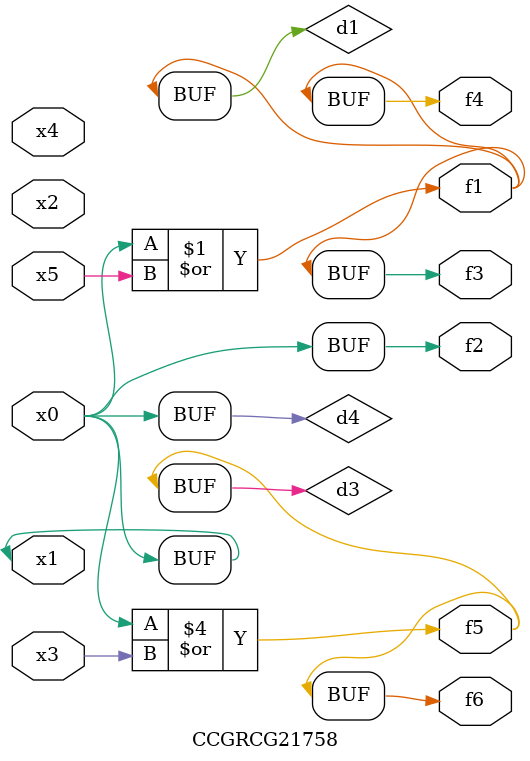
<source format=v>
module CCGRCG21758(
	input x0, x1, x2, x3, x4, x5,
	output f1, f2, f3, f4, f5, f6
);

	wire d1, d2, d3, d4;

	or (d1, x0, x5);
	xnor (d2, x1, x4);
	or (d3, x0, x3);
	buf (d4, x0, x1);
	assign f1 = d1;
	assign f2 = d4;
	assign f3 = d1;
	assign f4 = d1;
	assign f5 = d3;
	assign f6 = d3;
endmodule

</source>
